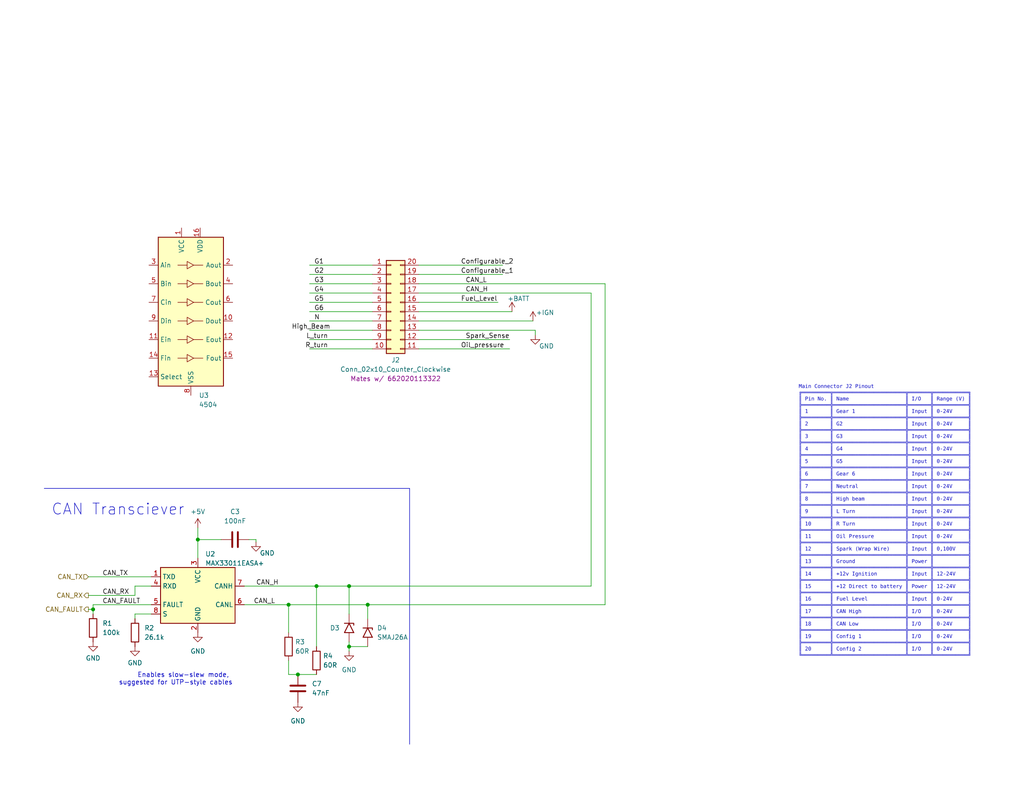
<source format=kicad_sch>
(kicad_sch (version 20231120) (generator "eeschema") (generator_version "8.0")
  (paper "USLetter")
  (title_block (title "MotoSPD") (date "2022-04-05") (rev "A") (company "lazy8.io"))
  (lib_symbols
    (symbol "4xxx:4504"
      (property "Reference" "U" (at -7.62 21.59 0))
      (property "Value" "4504" (at 6.35 21.59 0))
      (symbol "4504_0_1"
        (polyline (pts (xy -3.556 -12.7) (xy -1.016 -12.7)))
        (polyline (pts (xy -3.556 -7.62) (xy -1.016 -7.62)))
        (polyline (pts (xy -3.556 -2.54) (xy -1.016 -2.54)))
        (polyline (pts (xy -3.556 2.54) (xy -1.016 2.54)))
        (polyline (pts (xy -3.556 7.62) (xy -1.016 7.62)))
        (polyline (pts (xy -3.556 12.7) (xy -1.016 12.7)))
        (polyline (pts (xy 0.762 -12.7) (xy 3.302 -12.7)))
        (polyline (pts (xy 0.762 -7.62) (xy 3.302 -7.62)))
        (polyline (pts (xy 0.762 -2.54) (xy 3.302 -2.54)))
        (polyline (pts (xy 0.762 2.54) (xy 3.302 2.54)))
        (polyline (pts (xy 0.762 7.62) (xy 3.302 7.62)))
        (polyline (pts (xy 0.762 12.7) (xy 3.302 12.7)))
      )
      (symbol "4504_1_1"
        (rectangle (start -8.89 20.32) (end 8.89 -20.32) (stroke (width 0.254)) (fill (type background)))
        (polyline (pts (xy 0.762 -12.7) (xy -1.016 -13.716) (xy -1.016 -11.684) (xy 0.762 -12.7)))
        (polyline (pts (xy 0.762 -7.62) (xy -1.016 -8.636) (xy -1.016 -6.604) (xy 0.762 -7.62)))
        (polyline (pts (xy 0.762 -2.54) (xy -1.016 -3.556) (xy -1.016 -1.524) (xy 0.762 -2.54)))
        (polyline (pts (xy 0.762 2.54) (xy -1.016 1.524) (xy -1.016 3.556) (xy 0.762 2.54)))
        (polyline (pts (xy 0.762 7.62) (xy -1.016 6.604) (xy -1.016 8.636) (xy 0.762 7.62)))
        (polyline (pts (xy 0.762 12.7) (xy -1.016 11.684) (xy -1.016 13.716) (xy 0.762 12.7)))
        (pin power_in line (at -2.54 22.86 270) (length 2.54) (name "VCC") (number "1"))
        (pin output line (at 11.43 -2.54 180) (length 2.54) (name "Dout") (number "10"))
        (pin input line (at -11.43 -7.62 0) (length 2.54) (name "Ein") (number "11"))
        (pin output line (at 11.43 -7.62 180) (length 2.54) (name "Eout") (number "12"))
        (pin input line (at -11.43 -17.78 0) (length 2.54) (name "Select") (number "13"))
        (pin input line (at -11.43 -12.7 0) (length 2.54) (name "Fin") (number "14"))
        (pin output line (at 11.43 -12.7 180) (length 2.54) (name "Fout") (number "15"))
        (pin power_in line (at 2.54 22.86 270) (length 2.54) (name "VDD") (number "16"))
        (pin output line (at 11.43 12.7 180) (length 2.54) (name "Aout") (number "2"))
        (pin input line (at -11.43 12.7 0) (length 2.54) (name "Ain") (number "3"))
        (pin output line (at 11.43 7.62 180) (length 2.54) (name "Bout") (number "4"))
        (pin input line (at -11.43 7.62 0) (length 2.54) (name "Bin") (number "5"))
        (pin output line (at 11.43 2.54 180) (length 2.54) (name "Cout") (number "6"))
        (pin input line (at -11.43 2.54 0) (length 2.54) (name "Cin") (number "7"))
        (pin power_in line (at 0 -22.86 90) (length 2.54) (name "VSS") (number "8"))
        (pin input line (at -11.43 -2.54 0) (length 2.54) (name "Din") (number "9"))
      )
    )
    (symbol "Connector_Generic:Conn_02x10_Counter_Clockwise" (pin_names (offset 1.016) hide)
      (property "Reference" "J" (at 1.27 12.7 0))
      (property "Value" "Conn_02x10_Counter_Clockwise" (at 1.27 -15.24 0))
      (symbol "Conn_02x10_Counter_Clockwise_1_1"
        (rectangle (start -1.27 -12.573) (end 0 -12.827) (stroke (width 0.1524)))
        (rectangle (start -1.27 -10.033) (end 0 -10.287) (stroke (width 0.1524)))
        (rectangle (start -1.27 -7.493) (end 0 -7.747) (stroke (width 0.1524)))
        (rectangle (start -1.27 -4.953) (end 0 -5.207) (stroke (width 0.1524)))
        (rectangle (start -1.27 -2.413) (end 0 -2.667) (stroke (width 0.1524)))
        (rectangle (start -1.27 0.127) (end 0 -0.127) (stroke (width 0.1524)))
        (rectangle (start -1.27 2.667) (end 0 2.413) (stroke (width 0.1524)))
        (rectangle (start -1.27 5.207) (end 0 4.953) (stroke (width 0.1524)))
        (rectangle (start -1.27 7.747) (end 0 7.493) (stroke (width 0.1524)))
        (rectangle (start -1.27 10.287) (end 0 10.033) (stroke (width 0.1524)))
        (rectangle (start -1.27 11.43) (end 3.81 -13.97) (stroke (width 0.254)) (fill (type background)))
        (rectangle (start 3.81 -12.573) (end 2.54 -12.827) (stroke (width 0.1524)))
        (rectangle (start 3.81 -10.033) (end 2.54 -10.287) (stroke (width 0.1524)))
        (rectangle (start 3.81 -7.493) (end 2.54 -7.747) (stroke (width 0.1524)))
        (rectangle (start 3.81 -4.953) (end 2.54 -5.207) (stroke (width 0.1524)))
        (rectangle (start 3.81 -2.413) (end 2.54 -2.667) (stroke (width 0.1524)))
        (rectangle (start 3.81 0.127) (end 2.54 -0.127) (stroke (width 0.1524)))
        (rectangle (start 3.81 2.667) (end 2.54 2.413) (stroke (width 0.1524)))
        (rectangle (start 3.81 5.207) (end 2.54 4.953) (stroke (width 0.1524)))
        (rectangle (start 3.81 7.747) (end 2.54 7.493) (stroke (width 0.1524)))
        (rectangle (start 3.81 10.287) (end 2.54 10.033) (stroke (width 0.1524)))
        (pin passive line (at -5.08 10.16 0) (length 3.81) (name "Pin_1") (number "1"))
        (pin passive line (at -5.08 -12.7 0) (length 3.81) (name "Pin_10") (number "10"))
        (pin passive line (at 7.62 -12.7 180) (length 3.81) (name "Pin_11") (number "11"))
        (pin passive line (at 7.62 -10.16 180) (length 3.81) (name "Pin_12") (number "12"))
        (pin passive line (at 7.62 -7.62 180) (length 3.81) (name "Pin_13") (number "13"))
        (pin passive line (at 7.62 -5.08 180) (length 3.81) (name "Pin_14") (number "14"))
        (pin passive line (at 7.62 -2.54 180) (length 3.81) (name "Pin_15") (number "15"))
        (pin passive line (at 7.62 0 180) (length 3.81) (name "Pin_16") (number "16"))
        (pin passive line (at 7.62 2.54 180) (length 3.81) (name "Pin_17") (number "17"))
        (pin passive line (at 7.62 5.08 180) (length 3.81) (name "Pin_18") (number "18"))
        (pin passive line (at 7.62 7.62 180) (length 3.81) (name "Pin_19") (number "19"))
        (pin passive line (at -5.08 7.62 0) (length 3.81) (name "Pin_2") (number "2"))
        (pin passive line (at 7.62 10.16 180) (length 3.81) (name "Pin_20") (number "20"))
        (pin passive line (at -5.08 5.08 0) (length 3.81) (name "Pin_3") (number "3"))
        (pin passive line (at -5.08 2.54 0) (length 3.81) (name "Pin_4") (number "4"))
        (pin passive line (at -5.08 0 0) (length 3.81) (name "Pin_5") (number "5"))
        (pin passive line (at -5.08 -2.54 0) (length 3.81) (name "Pin_6") (number "6"))
        (pin passive line (at -5.08 -5.08 0) (length 3.81) (name "Pin_7") (number "7"))
        (pin passive line (at -5.08 -7.62 0) (length 3.81) (name "Pin_8") (number "8"))
        (pin passive line (at -5.08 -10.16 0) (length 3.81) (name "Pin_9") (number "9"))
      )
    )
    (symbol "Device:C" (pin_numbers hide) (pin_names (offset 0.254))
      (property "Reference" "C" (at 0.635 2.54 0))
      (property "Value" "C" (at 0.635 -2.54 0))
      (symbol "C_0_1"
        (polyline (pts (xy -2.032 -0.762) (xy 2.032 -0.762)) (stroke (width 0.508)))
        (polyline (pts (xy -2.032 0.762) (xy 2.032 0.762)) (stroke (width 0.508)))
      )
      (symbol "C_1_1"
        (pin passive line (at 0 3.81 270) (length 2.794) (name "~") (number "1"))
        (pin passive line (at 0 -3.81 90) (length 2.794) (name "~") (number "2"))
      )
    )
    (symbol "Device:R" (pin_numbers hide) (pin_names (offset 0))
      (property "Reference" "R" (at 2.032 0 90))
      (property "Value" "R" (at 0 0 90))
      (symbol "R_0_1"
        (rectangle (start -1.016 -2.54) (end 1.016 2.54) (stroke (width 0.254)))
      )
      (symbol "R_1_1"
        (pin passive line (at 0 3.81 270) (length 1.27) (name "~") (number "1"))
        (pin passive line (at 0 -3.81 90) (length 1.27) (name "~") (number "2"))
      )
    )
    (symbol "Diode:SMAJ26A" (pin_numbers hide) (pin_names (offset 1.016) hide)
      (property "Reference" "D" (at 0 2.54 0))
      (property "Value" "SMAJ26A" (at 0 -2.54 0))
      (symbol "SMAJ26A_0_1"
        (polyline (pts (xy -0.762 1.27) (xy -1.27 1.27) (xy -1.27 -1.27)) (stroke (width 0.254)))
        (polyline (pts (xy 1.27 1.27) (xy 1.27 -1.27) (xy -1.27 0) (xy 1.27 1.27)) (stroke (width 0.254)))
      )
      (symbol "SMAJ26A_1_1"
        (pin passive line (at -3.81 0 0) (length 2.54) (name "A1") (number "1"))
        (pin passive line (at 3.81 0 180) (length 2.54) (name "A2") (number "2"))
      )
    )
    (symbol "GND_1" (power) (pin_names (offset 0))
      (property "Value" "GND_1" (at 0 -3.81 0))
      (symbol "GND_1_0_1"
        (polyline (pts (xy 0 0) (xy 0 -1.27) (xy 1.27 -1.27) (xy 0 -2.54) (xy -1.27 -1.27) (xy 0 -1.27)))
      )
      (symbol "GND_1_1_1"
        (pin power_in line (at 0 0 270) (length 0) hide (name "GND") (number "1"))
      )
    )
    (symbol "GND_2" (power) (pin_names (offset 0))
      (property "Value" "GND_2" (at 0 -3.81 0))
      (symbol "GND_2_0_1"
        (polyline (pts (xy 0 0) (xy 0 -1.27) (xy 1.27 -1.27) (xy 0 -2.54) (xy -1.27 -1.27) (xy 0 -1.27)))
      )
      (symbol "GND_2_1_1"
        (pin power_in line (at 0 0 270) (length 0) hide (name "GND") (number "1"))
      )
    )
    (symbol "Interface_CAN:MAX33011EASA+"
      (property "Reference" "U" (at -8.89 8.89 0))
      (property "Value" "MAX33011EASA+" (at 1.27 8.89 0))
      (symbol "MAX33011EASA+_0_1"
        (rectangle (start -10.16 7.62) (end 10.16 -7.62) (stroke (width 0.254)) (fill (type background)))
      )
      (symbol "MAX33011EASA+_1_1"
        (pin input line (at -12.7 5.08 0) (length 2.54) (name "TXD") (number "1"))
        (pin power_in line (at 0 -10.16 90) (length 2.54) (name "GND") (number "2"))
        (pin power_in line (at 0 10.16 270) (length 2.54) (name "VCC") (number "3"))
        (pin output line (at -12.7 2.54 0) (length 2.54) (name "RXD") (number "4"))
        (pin open_collector line (at -12.7 -2.54 0) (length 2.54) (name "FAULT") (number "5"))
        (pin bidirectional line (at 12.7 -2.54 180) (length 2.54) (name "CANL") (number "6"))
        (pin bidirectional line (at 12.7 2.54 180) (length 2.54) (name "CANH") (number "7"))
        (pin input line (at -12.7 -5.08 0) (length 2.54) (name "S") (number "8"))
      )
    )
    (symbol "power:+5V" (power) (pin_names (offset 0))
      (property "Value" "+5V" (at 0 3.556 0))
      (symbol "+5V_0_1"
        (polyline (pts (xy -0.762 1.27) (xy 0 2.54)))
        (polyline (pts (xy 0 0) (xy 0 2.54)))
        (polyline (pts (xy 0 2.54) (xy 0.762 1.27)))
      )
      (symbol "+5V_1_1"
        (pin power_in line (at 0 0 90) (length 0) hide (name "+5V") (number "1"))
      )
    )
    (symbol "power:+BATT" (power) (pin_names (offset 0))
      (property "Value" "+BATT" (at 0 3.556 0))
      (symbol "+BATT_0_1"
        (polyline (pts (xy -0.762 1.27) (xy 0 2.54)))
        (polyline (pts (xy 0 0) (xy 0 2.54)))
        (polyline (pts (xy 0 2.54) (xy 0.762 1.27)))
      )
      (symbol "+BATT_1_1"
        (pin power_in line (at 0 0 90) (length 0) hide (name "+BATT") (number "1"))
      )
    )
    (symbol "power:+VSW" (power) (pin_names (offset 0))
      (property "Value" "+VSW" (at 0 3.556 0))
      (symbol "+VSW_0_1"
        (polyline (pts (xy -0.762 1.27) (xy 0 2.54)))
        (polyline (pts (xy 0 0) (xy 0 2.54)))
        (polyline (pts (xy 0 2.54) (xy 0.762 1.27)))
      )
      (symbol "+VSW_1_1"
        (pin power_in line (at 0 0 90) (length 0) hide (name "+VSW") (number "1"))
      )
    )
    (symbol "power:GND" (power) (pin_names (offset 0))
      (property "Value" "GND" (at 0 -3.81 0))
      (symbol "GND_0_1"
        (polyline (pts (xy 0 0) (xy 0 -1.27) (xy 1.27 -1.27) (xy 0 -2.54) (xy -1.27 -1.27) (xy 0 -1.27)))
      )
      (symbol "GND_1_1"
        (pin power_in line (at 0 0 270) (length 0) hide (name "GND") (number "1"))
      )
    )
  )
  (junction (at 81.28 184.15))
  (junction (at 25.4 166.37))
  (junction (at 78.74 165.1))
  (junction (at 95.25 160.02))
  (junction (at 53.975 147.32))
  (junction (at 86.36 160.02))
  (junction (at 100.33 165.1))
  (junction (at 95.25 176.53))
  (wire (pts (xy 81.28 184.15) (xy 78.74 184.15)))
  (wire (pts (xy 25.4 166.37) (xy 25.4 165.1)))
  (polyline (pts (xy 12.065 133.35) (xy 111.76 133.35)))
  (wire (pts (xy 95.25 160.02) (xy 161.29 160.02)))
  (wire (pts (xy 114.3 77.47) (xy 165.1 77.47)))
  (wire (pts (xy 84.455 74.93) (xy 101.6 74.93)))
  (wire (pts (xy 36.83 160.02) (xy 36.83 162.56)))
  (wire (pts (xy 78.74 172.72) (xy 78.74 165.1)))
  (wire (pts (xy 66.675 165.1) (xy 78.74 165.1)))
  (wire (pts (xy 114.3 80.01) (xy 161.29 80.01)))
  (wire (pts (xy 84.455 82.55) (xy 101.6 82.55)))
  (wire (pts (xy 24.13 157.48) (xy 41.275 157.48)))
  (wire (pts (xy 81.28 184.15) (xy 86.36 184.15)))
  (wire (pts (xy 161.29 160.02) (xy 161.29 80.01)))
  (wire (pts (xy 95.25 176.53) (xy 95.25 177.8)))
  (wire (pts (xy 24.13 162.56) (xy 36.83 162.56)))
  (wire (pts (xy 114.3 87.63) (xy 145.415 87.63)))
  (wire (pts (xy 69.85 147.32) (xy 67.945 147.32)))
  (wire (pts (xy 114.3 72.39) (xy 137.16 72.39)))
  (wire (pts (xy 114.3 95.25) (xy 139.065 95.25)))
  (wire (pts (xy 114.3 82.55) (xy 135.89 82.55)))
  (wire (pts (xy 84.455 80.01) (xy 101.6 80.01)))
  (polyline (pts (xy 111.76 133.35) (xy 111.76 203.2)))
  (wire (pts (xy 36.83 168.91) (xy 36.83 167.64)))
  (wire (pts (xy 36.83 167.64) (xy 41.275 167.64)))
  (wire (pts (xy 86.36 176.53) (xy 86.36 160.02)))
  (wire (pts (xy 78.74 165.1) (xy 100.33 165.1)))
  (wire (pts (xy 84.455 87.63) (xy 101.6 87.63)))
  (wire (pts (xy 84.455 95.25) (xy 101.6 95.25)))
  (wire (pts (xy 25.4 166.37) (xy 25.4 167.64)))
  (wire (pts (xy 114.3 90.17) (xy 146.05 90.17)))
  (wire (pts (xy 114.3 92.71) (xy 139.065 92.71)))
  (wire (pts (xy 66.675 160.02) (xy 86.36 160.02)))
  (wire (pts (xy 114.3 74.93) (xy 137.16 74.93)))
  (wire (pts (xy 114.3 85.09) (xy 139.7 85.09)))
  (wire (pts (xy 69.85 147.955) (xy 69.85 147.32)))
  (wire (pts (xy 86.36 160.02) (xy 95.25 160.02)))
  (wire (pts (xy 95.25 160.02) (xy 95.25 167.64)))
  (wire (pts (xy 95.25 176.53) (xy 95.25 175.26)))
  (wire (pts (xy 165.1 77.47) (xy 165.1 165.1)))
  (wire (pts (xy 84.455 92.71) (xy 101.6 92.71)))
  (wire (pts (xy 78.74 184.15) (xy 78.74 180.34)))
  (wire (pts (xy 53.975 147.32) (xy 60.325 147.32)))
  (wire (pts (xy 100.33 165.1) (xy 165.1 165.1)))
  (wire (pts (xy 84.455 90.17) (xy 101.6 90.17)))
  (wire (pts (xy 100.33 165.1) (xy 100.33 168.91)))
  (wire (pts (xy 146.05 91.44) (xy 146.05 90.17)))
  (wire (pts (xy 95.25 176.53) (xy 100.33 176.53)))
  (wire (pts (xy 84.455 72.39) (xy 101.6 72.39)))
  (wire (pts (xy 53.975 144.145) (xy 53.975 147.32)))
  (wire (pts (xy 53.975 147.32) (xy 53.975 152.4)))
  (wire (pts (xy 41.275 160.02) (xy 36.83 160.02)))
  (wire (pts (xy 25.4 166.37) (xy 24.13 166.37)))
  (wire (pts (xy 84.455 85.09) (xy 101.6 85.09)))
  (wire (pts (xy 25.4 165.1) (xy 41.275 165.1)))
  (wire (pts (xy 84.455 77.47) (xy 101.6 77.47)))
  (text_box "Main Connector J2 Pinout\n╔═════════╦═══════════════════════╦═══════╦═══════════╗\n║ Pin No. ║ Name                  ║ I/O   ║ Range (V) ║\n╠═════════╬═══════════════════════╬═══════╬═══════════╣\n║ 1       ║ Gear 1                ║ Input ║ 0-24V     ║\n╠═════════╬═══════════════════════╬═══════╬═══════════╣\n║ 2       ║ G2                    ║ Input ║ 0-24V     ║\n╠═════════╬═══════════════════════╬═══════╬═══════════╣\n║ 3       ║ G3                    ║ Input ║ 0-24V     ║\n╠═════════╬═══════════════════════╬═══════╬═══════════╣\n║ 4       ║ G4                    ║ Input ║ 0-24V     ║\n╠═════════╬═══════════════════════╬═══════╬═══════════╣\n║ 5       ║ G5                    ║ Input ║ 0-24V     ║\n╠═════════╬═══════════════════════╬═══════╬═══════════╣\n║ 6       ║ Gear 6                ║ Input ║ 0-24V     ║\n╠═════════╬═══════════════════════╬═══════╬═══════════╣\n║ 7       ║ Neutral               ║ Input ║ 0-24V     ║\n╠═════════╬═══════════════════════╬═══════╬═══════════╣\n║ 8       ║ High beam             ║ Input ║ 0-24V     ║\n╠═════════╬═══════════════════════╬═══════╬═══════════╣\n║ 9       ║ L Turn                ║ Input ║ 0-24V     ║\n╠═════════╬═══════════════════════╬═══════╬═══════════╣\n║ 10      ║ R Turn                ║ Input ║ 0-24V     ║\n╠═════════╬═══════════════════════╬═══════╬═══════════╣\n║ 11      ║ Oil Pressure          ║ Input ║ 0-24V     ║\n╠═════════╬═══════════════════════╬═══════╬═══════════╣\n║ 12      ║ Spark (Wrap Wire)     ║ Input ║ 0,100V    ║\n╠═════════╬═══════════════════════╬═══════╬═══════════╣\n║ 13      ║ Ground                ║ Power ║           ║\n╠═════════╬═══════════════════════╬═══════╬═══════════╣\n║ 14      ║ +12v Ignition         ║ Input ║ 12-24V    ║\n╠═════════╬═══════════════════════╬═══════╬═══════════╣\n║ 15      ║ +12 Direct to battery ║ Power ║ 12-24V    ║\n╠═════════╬═══════════════════════╬═══════╬═══════════╣\n║ 16      ║ Fuel Level            ║ Input ║ 0-24V     ║\n╠═════════╬═══════════════════════╬═══════╬═══════════╣\n║ 17      ║ CAN High              ║ I/O   ║ 0-24V     ║\n╠═════════╬═══════════════════════╬═══════╬═══════════╣\n║ 18      ║ CAN Low               ║ I/O   ║ 0-24V     ║\n╠═════════╬═══════════════════════╬═══════╬═══════════╣\n║ 19      ║ Config 1              ║ I/O   ║ 0-24V     ║\n╠═════════╬═══════════════════════╬═══════╬═══════════╣\n║ 20      ║ Config 2              ║ I/O   ║ 0-24V     ║\n╚═════════╩═══════════════════════╩═══════╩═══════════╝" (at 217.17 104.14 0) (size 50.165 75.565) (stroke (width -0.0001)) (effects (font (size 1.016 1.016)) (justify left top)))
  (text "CAN Transciever" (at 13.97 140.97 0) (effects (font (size 3 3)) (justify left bottom)))
  (text "Enables slow-slew mode, \nsuggested for UTP-style cables" (at 63.5 187.198 0) (effects (font (size 1.27 1.27)) (justify right bottom)))
  (label "CAN_TX" (at 27.94 157.48 0))
  (label "G4" (at 85.725 80.01 0))
  (label "G5" (at 85.725 82.55 0))
  (label "High_Beam" (at 90.17 90.17 180))
  (label "G1" (at 85.725 72.39 0))
  (label "G6" (at 85.725 85.09 0))
  (label "CAN_FAULT" (at 27.94 165.1 0))
  (label "R_turn" (at 89.535 95.25 180))
  (label "CAN_H" (at 69.85 160.02 0))
  (label "G2" (at 85.725 74.93 0))
  (label "CAN_L" (at 69.215 165.1 0))
  (label "L_turn" (at 89.535 92.71 180))
  (label "Configurable_1" (at 125.73 74.93 0))
  (label "G3" (at 85.725 77.47 0))
  (label "CAN_L" (at 127 77.47 0))
  (label "N" (at 85.725 87.63 0))
  (label "Oil_pressure" (at 125.73 95.25 0))
  (label "Configurable_2" (at 125.73 72.39 0))
  (label "CAN_RX" (at 27.94 162.56 0))
  (label "Spark_Sense" (at 127 92.71 0))
  (label "Fuel_Level" (at 125.73 82.55 0))
  (label "CAN_H" (at 127 80.01 0))
  (hierarchical_label "CAN_FAULT" (shape output) (at 24.13 166.37 180))
  (hierarchical_label "CAN_TX" (shape input) (at 24.13 157.48 180))
  (hierarchical_label "CAN_RX" (shape output) (at 24.13 162.56 180))
  (symbol (lib_id "power:GND") (at 146.05 91.44 0) (unit 1)
    (property "Reference" "#PWR0103" (effects (hide yes)))
    (property "Value" "GND" (at 147.066 94.488 0) (effects (justify left)))
  )
  (symbol (lib_id "power:+VSW") (at 145.415 87.63 0) (unit 1)
    (property "Reference" "#PWR02" (effects (hide yes)))
    (property "Value" "+IGN" (at 148.717 85.344 0))
  )
  (symbol (lib_id "Device:R") (at 86.36 180.34 180) (unit 1)
    (property "Reference" "R4" (at 88.138 179.07 0) (effects (justify right)))
    (property "Value" "60R" (at 88.138 181.61 0) (effects (justify right)))
  )
  (symbol (lib_id "Device:R") (at 25.4 171.45 0) (unit 1)
    (property "Reference" "R1" (at 27.94 170.1799 0) (effects (justify left)))
    (property "Value" "100k" (at 27.94 172.7199 0) (effects (justify left)))
    (property "Footprint" "Resistor_SMD:R_0805_2012Metric_Pad1.20x1.40mm_HandSolder" (effects (hide yes)))
    (property "Description" "Resistor" (effects (hide yes)))
  )
  (symbol (lib_id "Diode:SMAJ26A") (at 95.25 171.45 270) (unit 1)
    (property "Reference" "D3" (at 92.71 171.4499 90) (effects (justify right)))
    (property "Value" "SMAJ26A" (effects (hide yes)))
    (property "Footprint" "Diode_SMD:D_SMA" (effects (hide yes)))
    (property "Datasheet" "https://www.littelfuse.com/media?resourcetype=datasheets&itemid=75e32973-b177-4ee3-a0ff-cedaf1abdb93&filename=smaj-datasheet" (effects (hide yes)))
    (property "Description" "400W unidirectional Transient Voltage Suppressor, 26.0Vr, SMA(DO-214AC)" (effects (hide yes)))
  )
  (symbol (lib_name "GND_1") (lib_id "power:GND") (at 36.83 176.53 0) (unit 1)
    (property "Reference" "#PWR03" (effects (hide yes)))
    (property "Value" "GND" (at 36.83 180.975 0))
  )
  (symbol (lib_id "Diode:SMAJ26A") (at 100.33 172.72 270) (unit 1)
    (property "Reference" "D4" (at 102.87 171.4499 90) (effects (justify left)))
    (property "Value" "SMAJ26A" (at 102.87 173.9899 90) (effects (justify left)))
    (property "Footprint" "Diode_SMD:D_SMA" (effects (hide yes)))
    (property "Datasheet" "https://www.littelfuse.com/media?resourcetype=datasheets&itemid=75e32973-b177-4ee3-a0ff-cedaf1abdb93&filename=smaj-datasheet" (effects (hide yes)))
    (property "Description" "400W unidirectional Transient Voltage Suppressor, 26.0Vr, SMA(DO-214AC)" (effects (hide yes)))
  )
  (symbol (lib_name "GND_2") (lib_id "power:GND") (at 53.975 172.72 0) (unit 1)
    (property "Reference" "#PWR04" (effects (hide yes)))
    (property "Value" "GND" (at 53.975 177.8 0))
  )
  (symbol (lib_id "Connector_Generic:Conn_02x10_Counter_Clockwise") (at 106.68 82.55 0) (unit 1)
    (property "Reference" "J2" (at 107.95 98.298 0))
    (property "Value" "Conn_02x10_Counter_Clockwise" (at 107.95 100.838 0))
    (property "Mates" "Mates w/ 662020113322" (at 107.95 103.378 0))
  )
  (symbol (lib_id "Device:C") (at 64.135 147.32 90) (unit 1)
    (property "Reference" "C3" (at 64.135 139.7 90))
    (property "Value" "100nF" (at 64.135 142.24 90))
    (property "Footprint" "Capacitor_SMD:C_0805_2012Metric_Pad1.18x1.45mm_HandSolder" (effects (hide yes)))
  )
  (symbol (lib_id "power:+5V") (at 53.975 144.145 0) (unit 1)
    (property "Reference" "#PWR07" (effects (hide yes)))
    (property "Value" "+5V" (at 53.975 139.7 0))
  )
  (symbol (lib_name "GND_1") (lib_id "power:GND") (at 25.4 175.26 0) (unit 1)
    (property "Reference" "#PWR011" (effects (hide yes)))
    (property "Value" "GND" (at 25.4 179.705 0))
  )
  (symbol (lib_id "4xxx:4504") (at 52.07 85.09 0) (unit 1)
    (property "Reference" "U3" (at 54.2641 107.95 0) (effects (justify left)))
    (property "Value" "4504" (at 54.2641 110.49 0) (effects (justify left)))
    (property "Footprint" "Package_SO:SOIC-16_3.9x9.9mm_P1.27mm" (effects (hide yes)))
    (property "Datasheet" "http://www.ti.com/lit/ds/symlink/cd4504b.pdf" (effects (hide yes)))
    (property "Description" "CMOS Hex Voltage-Level Shifter for TTL-to-CMOS or CMOS-to-CMOS, DIP-16/SOIC-16/TSSOP-16" (effects (hide yes)))
  )
  (symbol (lib_id "power:+BATT") (at 139.7 85.09 0) (unit 1)
    (property "Reference" "#PWR01" (effects (hide yes)))
    (property "Value" "+BATT" (at 141.478 81.534 0))
  )
  (symbol (lib_id "Interface_CAN:MAX33011EASA+") (at 53.975 162.56 0) (unit 1)
    (property "Reference" "U2" (at 55.9944 151.2402 0) (effects (justify left)))
    (property "Value" "MAX33011EASA+" (at 55.9944 153.7771 0) (effects (justify left)))
    (property "Footprint" "Package_SO:SOIC-8_3.9x4.9mm_P1.27mm" (effects (hide yes)))
    (property "Datasheet" "https://media.digikey.com/pdf/Data%20Sheets/Maxim%20PDFs/MAX33011E_12E_14E_15E_Rev1_Jun2020.pdf" (effects (hide yes)))
  )
  (symbol (lib_id "power:GND") (at 69.85 147.955 0) (unit 1)
    (property "Reference" "#PWR05" (effects (hide yes)))
    (property "Value" "GND" (at 70.866 151.003 0) (effects (justify left)))
  )
  (symbol (lib_name "GND_2") (lib_id "power:GND") (at 95.25 177.8 0) (unit 1)
    (property "Reference" "#PWR010" (effects (hide yes)))
    (property "Value" "GND" (at 95.25 182.88 0))
  )
  (symbol (lib_name "GND_2") (lib_id "power:GND") (at 81.28 191.77 0) (unit 1)
    (property "Reference" "#PWR08" (effects (hide yes)))
    (property "Value" "GND" (at 81.28 196.85 0))
  )
  (symbol (lib_id "Device:R") (at 36.83 172.72 0) (unit 1)
    (property "Reference" "R2" (at 39.37 171.45 0) (effects (justify left)))
    (property "Value" "26.1k" (at 39.37 173.99 0) (effects (justify left)))
  )
  (symbol (lib_id "Device:R") (at 78.74 176.53 180) (unit 1)
    (property "Reference" "R3" (at 80.518 175.26 0) (effects (justify right)))
    (property "Value" "60R" (at 80.518 177.8 0) (effects (justify right)))
  )
  (symbol (lib_id "Device:C") (at 81.28 187.96 0) (unit 1)
    (property "Reference" "C7" (at 85.09 186.69 0) (effects (justify left)))
    (property "Value" "47nF" (at 85.09 189.23 0) (effects (justify left)))
    (property "Footprint" "Capacitor_SMD:C_0805_2012Metric_Pad1.18x1.45mm_HandSolder" (effects (hide yes)))
  )
)
</source>
